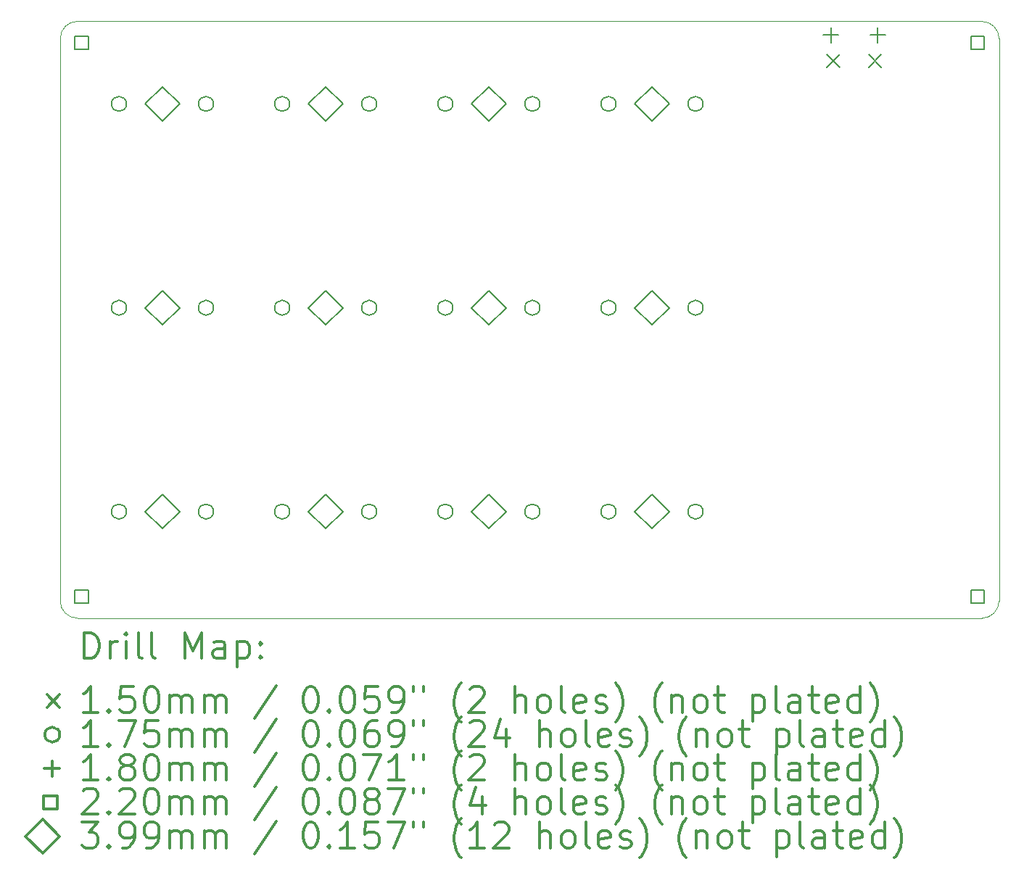
<source format=gbr>
%FSLAX45Y45*%
G04 Gerber Fmt 4.5, Leading zero omitted, Abs format (unit mm)*
G04 Created by KiCad (PCBNEW (5.1.9)-1) date 2021-06-06 12:20:09*
%MOMM*%
%LPD*%
G01*
G04 APERTURE LIST*
%TA.AperFunction,Profile*%
%ADD10C,0.100000*%
%TD*%
%ADD11C,0.200000*%
%ADD12C,0.300000*%
G04 APERTURE END LIST*
D10*
X17100000Y-3880000D02*
G75*
G02*
X17300000Y-4080000I0J-200000D01*
G01*
X17300000Y-10650000D02*
G75*
G02*
X17100000Y-10850000I-200000J0D01*
G01*
X6540000Y-10850000D02*
G75*
G02*
X6340000Y-10650000I0J200000D01*
G01*
X6340000Y-4080000D02*
X6340000Y-10650000D01*
X17100000Y-3880000D02*
X6540000Y-3880000D01*
X6340000Y-4080000D02*
G75*
G02*
X6540000Y-3880000I200000J0D01*
G01*
X17300000Y-10650000D02*
X17300000Y-4080000D01*
X6540000Y-10850000D02*
X17100000Y-10850000D01*
D11*
X15292500Y-4268000D02*
X15442500Y-4418000D01*
X15442500Y-4268000D02*
X15292500Y-4418000D01*
X15777500Y-4268000D02*
X15927500Y-4418000D01*
X15927500Y-4268000D02*
X15777500Y-4418000D01*
X7113000Y-4843500D02*
G75*
G03*
X7113000Y-4843500I-87500J0D01*
G01*
X7113000Y-7224750D02*
G75*
G03*
X7113000Y-7224750I-87500J0D01*
G01*
X7113000Y-9606000D02*
G75*
G03*
X7113000Y-9606000I-87500J0D01*
G01*
X8129000Y-4843500D02*
G75*
G03*
X8129000Y-4843500I-87500J0D01*
G01*
X8129000Y-7224750D02*
G75*
G03*
X8129000Y-7224750I-87500J0D01*
G01*
X8129000Y-9606000D02*
G75*
G03*
X8129000Y-9606000I-87500J0D01*
G01*
X9018000Y-4843500D02*
G75*
G03*
X9018000Y-4843500I-87500J0D01*
G01*
X9018000Y-7224750D02*
G75*
G03*
X9018000Y-7224750I-87500J0D01*
G01*
X9018000Y-9606000D02*
G75*
G03*
X9018000Y-9606000I-87500J0D01*
G01*
X10034000Y-4843500D02*
G75*
G03*
X10034000Y-4843500I-87500J0D01*
G01*
X10034000Y-7224750D02*
G75*
G03*
X10034000Y-7224750I-87500J0D01*
G01*
X10034000Y-9606000D02*
G75*
G03*
X10034000Y-9606000I-87500J0D01*
G01*
X10923000Y-4843500D02*
G75*
G03*
X10923000Y-4843500I-87500J0D01*
G01*
X10923000Y-7224750D02*
G75*
G03*
X10923000Y-7224750I-87500J0D01*
G01*
X10923000Y-9606000D02*
G75*
G03*
X10923000Y-9606000I-87500J0D01*
G01*
X11939000Y-4843500D02*
G75*
G03*
X11939000Y-4843500I-87500J0D01*
G01*
X11939000Y-7224750D02*
G75*
G03*
X11939000Y-7224750I-87500J0D01*
G01*
X11939000Y-9606000D02*
G75*
G03*
X11939000Y-9606000I-87500J0D01*
G01*
X12828000Y-4843500D02*
G75*
G03*
X12828000Y-4843500I-87500J0D01*
G01*
X12828000Y-7224750D02*
G75*
G03*
X12828000Y-7224750I-87500J0D01*
G01*
X12828000Y-9606000D02*
G75*
G03*
X12828000Y-9606000I-87500J0D01*
G01*
X13844000Y-4843500D02*
G75*
G03*
X13844000Y-4843500I-87500J0D01*
G01*
X13844000Y-7224750D02*
G75*
G03*
X13844000Y-7224750I-87500J0D01*
G01*
X13844000Y-9606000D02*
G75*
G03*
X13844000Y-9606000I-87500J0D01*
G01*
X15337500Y-3950000D02*
X15337500Y-4130000D01*
X15247500Y-4040000D02*
X15427500Y-4040000D01*
X15882500Y-3950000D02*
X15882500Y-4130000D01*
X15792500Y-4040000D02*
X15972500Y-4040000D01*
X6667782Y-4207783D02*
X6667782Y-4052217D01*
X6512217Y-4052217D01*
X6512217Y-4207783D01*
X6667782Y-4207783D01*
X6667782Y-10677783D02*
X6667782Y-10522218D01*
X6512217Y-10522218D01*
X6512217Y-10677783D01*
X6667782Y-10677783D01*
X17127783Y-4207783D02*
X17127783Y-4052217D01*
X16972218Y-4052217D01*
X16972218Y-4207783D01*
X17127783Y-4207783D01*
X17127783Y-10677783D02*
X17127783Y-10522218D01*
X16972218Y-10522218D01*
X16972218Y-10677783D01*
X17127783Y-10677783D01*
X7533500Y-5042890D02*
X7732890Y-4843500D01*
X7533500Y-4644110D01*
X7334110Y-4843500D01*
X7533500Y-5042890D01*
X7533500Y-7424140D02*
X7732890Y-7224750D01*
X7533500Y-7025360D01*
X7334110Y-7224750D01*
X7533500Y-7424140D01*
X7533500Y-9805390D02*
X7732890Y-9606000D01*
X7533500Y-9406610D01*
X7334110Y-9606000D01*
X7533500Y-9805390D01*
X9438500Y-5042890D02*
X9637890Y-4843500D01*
X9438500Y-4644110D01*
X9239110Y-4843500D01*
X9438500Y-5042890D01*
X9438500Y-7424140D02*
X9637890Y-7224750D01*
X9438500Y-7025360D01*
X9239110Y-7224750D01*
X9438500Y-7424140D01*
X9438500Y-9805390D02*
X9637890Y-9606000D01*
X9438500Y-9406610D01*
X9239110Y-9606000D01*
X9438500Y-9805390D01*
X11343500Y-5042890D02*
X11542890Y-4843500D01*
X11343500Y-4644110D01*
X11144110Y-4843500D01*
X11343500Y-5042890D01*
X11343500Y-7424140D02*
X11542890Y-7224750D01*
X11343500Y-7025360D01*
X11144110Y-7224750D01*
X11343500Y-7424140D01*
X11343500Y-9805390D02*
X11542890Y-9606000D01*
X11343500Y-9406610D01*
X11144110Y-9606000D01*
X11343500Y-9805390D01*
X13248500Y-5042890D02*
X13447890Y-4843500D01*
X13248500Y-4644110D01*
X13049110Y-4843500D01*
X13248500Y-5042890D01*
X13248500Y-7424140D02*
X13447890Y-7224750D01*
X13248500Y-7025360D01*
X13049110Y-7224750D01*
X13248500Y-7424140D01*
X13248500Y-9805390D02*
X13447890Y-9606000D01*
X13248500Y-9406610D01*
X13049110Y-9606000D01*
X13248500Y-9805390D01*
D12*
X6621428Y-11320714D02*
X6621428Y-11020714D01*
X6692857Y-11020714D01*
X6735714Y-11035000D01*
X6764286Y-11063572D01*
X6778571Y-11092143D01*
X6792857Y-11149286D01*
X6792857Y-11192143D01*
X6778571Y-11249286D01*
X6764286Y-11277857D01*
X6735714Y-11306429D01*
X6692857Y-11320714D01*
X6621428Y-11320714D01*
X6921428Y-11320714D02*
X6921428Y-11120714D01*
X6921428Y-11177857D02*
X6935714Y-11149286D01*
X6950000Y-11135000D01*
X6978571Y-11120714D01*
X7007143Y-11120714D01*
X7107143Y-11320714D02*
X7107143Y-11120714D01*
X7107143Y-11020714D02*
X7092857Y-11035000D01*
X7107143Y-11049286D01*
X7121428Y-11035000D01*
X7107143Y-11020714D01*
X7107143Y-11049286D01*
X7292857Y-11320714D02*
X7264286Y-11306429D01*
X7250000Y-11277857D01*
X7250000Y-11020714D01*
X7450000Y-11320714D02*
X7421428Y-11306429D01*
X7407143Y-11277857D01*
X7407143Y-11020714D01*
X7792857Y-11320714D02*
X7792857Y-11020714D01*
X7892857Y-11235000D01*
X7992857Y-11020714D01*
X7992857Y-11320714D01*
X8264286Y-11320714D02*
X8264286Y-11163572D01*
X8250000Y-11135000D01*
X8221428Y-11120714D01*
X8164286Y-11120714D01*
X8135714Y-11135000D01*
X8264286Y-11306429D02*
X8235714Y-11320714D01*
X8164286Y-11320714D01*
X8135714Y-11306429D01*
X8121428Y-11277857D01*
X8121428Y-11249286D01*
X8135714Y-11220714D01*
X8164286Y-11206429D01*
X8235714Y-11206429D01*
X8264286Y-11192143D01*
X8407143Y-11120714D02*
X8407143Y-11420714D01*
X8407143Y-11135000D02*
X8435714Y-11120714D01*
X8492857Y-11120714D01*
X8521428Y-11135000D01*
X8535714Y-11149286D01*
X8550000Y-11177857D01*
X8550000Y-11263571D01*
X8535714Y-11292143D01*
X8521428Y-11306429D01*
X8492857Y-11320714D01*
X8435714Y-11320714D01*
X8407143Y-11306429D01*
X8678571Y-11292143D02*
X8692857Y-11306429D01*
X8678571Y-11320714D01*
X8664286Y-11306429D01*
X8678571Y-11292143D01*
X8678571Y-11320714D01*
X8678571Y-11135000D02*
X8692857Y-11149286D01*
X8678571Y-11163572D01*
X8664286Y-11149286D01*
X8678571Y-11135000D01*
X8678571Y-11163572D01*
X6185000Y-11740000D02*
X6335000Y-11890000D01*
X6335000Y-11740000D02*
X6185000Y-11890000D01*
X6778571Y-11950714D02*
X6607143Y-11950714D01*
X6692857Y-11950714D02*
X6692857Y-11650714D01*
X6664286Y-11693571D01*
X6635714Y-11722143D01*
X6607143Y-11736429D01*
X6907143Y-11922143D02*
X6921428Y-11936429D01*
X6907143Y-11950714D01*
X6892857Y-11936429D01*
X6907143Y-11922143D01*
X6907143Y-11950714D01*
X7192857Y-11650714D02*
X7050000Y-11650714D01*
X7035714Y-11793571D01*
X7050000Y-11779286D01*
X7078571Y-11765000D01*
X7150000Y-11765000D01*
X7178571Y-11779286D01*
X7192857Y-11793571D01*
X7207143Y-11822143D01*
X7207143Y-11893571D01*
X7192857Y-11922143D01*
X7178571Y-11936429D01*
X7150000Y-11950714D01*
X7078571Y-11950714D01*
X7050000Y-11936429D01*
X7035714Y-11922143D01*
X7392857Y-11650714D02*
X7421428Y-11650714D01*
X7450000Y-11665000D01*
X7464286Y-11679286D01*
X7478571Y-11707857D01*
X7492857Y-11765000D01*
X7492857Y-11836429D01*
X7478571Y-11893571D01*
X7464286Y-11922143D01*
X7450000Y-11936429D01*
X7421428Y-11950714D01*
X7392857Y-11950714D01*
X7364286Y-11936429D01*
X7350000Y-11922143D01*
X7335714Y-11893571D01*
X7321428Y-11836429D01*
X7321428Y-11765000D01*
X7335714Y-11707857D01*
X7350000Y-11679286D01*
X7364286Y-11665000D01*
X7392857Y-11650714D01*
X7621428Y-11950714D02*
X7621428Y-11750714D01*
X7621428Y-11779286D02*
X7635714Y-11765000D01*
X7664286Y-11750714D01*
X7707143Y-11750714D01*
X7735714Y-11765000D01*
X7750000Y-11793571D01*
X7750000Y-11950714D01*
X7750000Y-11793571D02*
X7764286Y-11765000D01*
X7792857Y-11750714D01*
X7835714Y-11750714D01*
X7864286Y-11765000D01*
X7878571Y-11793571D01*
X7878571Y-11950714D01*
X8021428Y-11950714D02*
X8021428Y-11750714D01*
X8021428Y-11779286D02*
X8035714Y-11765000D01*
X8064286Y-11750714D01*
X8107143Y-11750714D01*
X8135714Y-11765000D01*
X8150000Y-11793571D01*
X8150000Y-11950714D01*
X8150000Y-11793571D02*
X8164286Y-11765000D01*
X8192857Y-11750714D01*
X8235714Y-11750714D01*
X8264286Y-11765000D01*
X8278571Y-11793571D01*
X8278571Y-11950714D01*
X8864286Y-11636429D02*
X8607143Y-12022143D01*
X9250000Y-11650714D02*
X9278571Y-11650714D01*
X9307143Y-11665000D01*
X9321428Y-11679286D01*
X9335714Y-11707857D01*
X9350000Y-11765000D01*
X9350000Y-11836429D01*
X9335714Y-11893571D01*
X9321428Y-11922143D01*
X9307143Y-11936429D01*
X9278571Y-11950714D01*
X9250000Y-11950714D01*
X9221428Y-11936429D01*
X9207143Y-11922143D01*
X9192857Y-11893571D01*
X9178571Y-11836429D01*
X9178571Y-11765000D01*
X9192857Y-11707857D01*
X9207143Y-11679286D01*
X9221428Y-11665000D01*
X9250000Y-11650714D01*
X9478571Y-11922143D02*
X9492857Y-11936429D01*
X9478571Y-11950714D01*
X9464286Y-11936429D01*
X9478571Y-11922143D01*
X9478571Y-11950714D01*
X9678571Y-11650714D02*
X9707143Y-11650714D01*
X9735714Y-11665000D01*
X9750000Y-11679286D01*
X9764286Y-11707857D01*
X9778571Y-11765000D01*
X9778571Y-11836429D01*
X9764286Y-11893571D01*
X9750000Y-11922143D01*
X9735714Y-11936429D01*
X9707143Y-11950714D01*
X9678571Y-11950714D01*
X9650000Y-11936429D01*
X9635714Y-11922143D01*
X9621428Y-11893571D01*
X9607143Y-11836429D01*
X9607143Y-11765000D01*
X9621428Y-11707857D01*
X9635714Y-11679286D01*
X9650000Y-11665000D01*
X9678571Y-11650714D01*
X10050000Y-11650714D02*
X9907143Y-11650714D01*
X9892857Y-11793571D01*
X9907143Y-11779286D01*
X9935714Y-11765000D01*
X10007143Y-11765000D01*
X10035714Y-11779286D01*
X10050000Y-11793571D01*
X10064286Y-11822143D01*
X10064286Y-11893571D01*
X10050000Y-11922143D01*
X10035714Y-11936429D01*
X10007143Y-11950714D01*
X9935714Y-11950714D01*
X9907143Y-11936429D01*
X9892857Y-11922143D01*
X10207143Y-11950714D02*
X10264286Y-11950714D01*
X10292857Y-11936429D01*
X10307143Y-11922143D01*
X10335714Y-11879286D01*
X10350000Y-11822143D01*
X10350000Y-11707857D01*
X10335714Y-11679286D01*
X10321428Y-11665000D01*
X10292857Y-11650714D01*
X10235714Y-11650714D01*
X10207143Y-11665000D01*
X10192857Y-11679286D01*
X10178571Y-11707857D01*
X10178571Y-11779286D01*
X10192857Y-11807857D01*
X10207143Y-11822143D01*
X10235714Y-11836429D01*
X10292857Y-11836429D01*
X10321428Y-11822143D01*
X10335714Y-11807857D01*
X10350000Y-11779286D01*
X10464286Y-11650714D02*
X10464286Y-11707857D01*
X10578571Y-11650714D02*
X10578571Y-11707857D01*
X11021428Y-12065000D02*
X11007143Y-12050714D01*
X10978571Y-12007857D01*
X10964286Y-11979286D01*
X10950000Y-11936429D01*
X10935714Y-11865000D01*
X10935714Y-11807857D01*
X10950000Y-11736429D01*
X10964286Y-11693571D01*
X10978571Y-11665000D01*
X11007143Y-11622143D01*
X11021428Y-11607857D01*
X11121428Y-11679286D02*
X11135714Y-11665000D01*
X11164286Y-11650714D01*
X11235714Y-11650714D01*
X11264286Y-11665000D01*
X11278571Y-11679286D01*
X11292857Y-11707857D01*
X11292857Y-11736429D01*
X11278571Y-11779286D01*
X11107143Y-11950714D01*
X11292857Y-11950714D01*
X11650000Y-11950714D02*
X11650000Y-11650714D01*
X11778571Y-11950714D02*
X11778571Y-11793571D01*
X11764286Y-11765000D01*
X11735714Y-11750714D01*
X11692857Y-11750714D01*
X11664286Y-11765000D01*
X11650000Y-11779286D01*
X11964286Y-11950714D02*
X11935714Y-11936429D01*
X11921428Y-11922143D01*
X11907143Y-11893571D01*
X11907143Y-11807857D01*
X11921428Y-11779286D01*
X11935714Y-11765000D01*
X11964286Y-11750714D01*
X12007143Y-11750714D01*
X12035714Y-11765000D01*
X12050000Y-11779286D01*
X12064286Y-11807857D01*
X12064286Y-11893571D01*
X12050000Y-11922143D01*
X12035714Y-11936429D01*
X12007143Y-11950714D01*
X11964286Y-11950714D01*
X12235714Y-11950714D02*
X12207143Y-11936429D01*
X12192857Y-11907857D01*
X12192857Y-11650714D01*
X12464286Y-11936429D02*
X12435714Y-11950714D01*
X12378571Y-11950714D01*
X12350000Y-11936429D01*
X12335714Y-11907857D01*
X12335714Y-11793571D01*
X12350000Y-11765000D01*
X12378571Y-11750714D01*
X12435714Y-11750714D01*
X12464286Y-11765000D01*
X12478571Y-11793571D01*
X12478571Y-11822143D01*
X12335714Y-11850714D01*
X12592857Y-11936429D02*
X12621428Y-11950714D01*
X12678571Y-11950714D01*
X12707143Y-11936429D01*
X12721428Y-11907857D01*
X12721428Y-11893571D01*
X12707143Y-11865000D01*
X12678571Y-11850714D01*
X12635714Y-11850714D01*
X12607143Y-11836429D01*
X12592857Y-11807857D01*
X12592857Y-11793571D01*
X12607143Y-11765000D01*
X12635714Y-11750714D01*
X12678571Y-11750714D01*
X12707143Y-11765000D01*
X12821428Y-12065000D02*
X12835714Y-12050714D01*
X12864286Y-12007857D01*
X12878571Y-11979286D01*
X12892857Y-11936429D01*
X12907143Y-11865000D01*
X12907143Y-11807857D01*
X12892857Y-11736429D01*
X12878571Y-11693571D01*
X12864286Y-11665000D01*
X12835714Y-11622143D01*
X12821428Y-11607857D01*
X13364286Y-12065000D02*
X13350000Y-12050714D01*
X13321428Y-12007857D01*
X13307143Y-11979286D01*
X13292857Y-11936429D01*
X13278571Y-11865000D01*
X13278571Y-11807857D01*
X13292857Y-11736429D01*
X13307143Y-11693571D01*
X13321428Y-11665000D01*
X13350000Y-11622143D01*
X13364286Y-11607857D01*
X13478571Y-11750714D02*
X13478571Y-11950714D01*
X13478571Y-11779286D02*
X13492857Y-11765000D01*
X13521428Y-11750714D01*
X13564286Y-11750714D01*
X13592857Y-11765000D01*
X13607143Y-11793571D01*
X13607143Y-11950714D01*
X13792857Y-11950714D02*
X13764286Y-11936429D01*
X13750000Y-11922143D01*
X13735714Y-11893571D01*
X13735714Y-11807857D01*
X13750000Y-11779286D01*
X13764286Y-11765000D01*
X13792857Y-11750714D01*
X13835714Y-11750714D01*
X13864286Y-11765000D01*
X13878571Y-11779286D01*
X13892857Y-11807857D01*
X13892857Y-11893571D01*
X13878571Y-11922143D01*
X13864286Y-11936429D01*
X13835714Y-11950714D01*
X13792857Y-11950714D01*
X13978571Y-11750714D02*
X14092857Y-11750714D01*
X14021428Y-11650714D02*
X14021428Y-11907857D01*
X14035714Y-11936429D01*
X14064286Y-11950714D01*
X14092857Y-11950714D01*
X14421428Y-11750714D02*
X14421428Y-12050714D01*
X14421428Y-11765000D02*
X14450000Y-11750714D01*
X14507143Y-11750714D01*
X14535714Y-11765000D01*
X14550000Y-11779286D01*
X14564286Y-11807857D01*
X14564286Y-11893571D01*
X14550000Y-11922143D01*
X14535714Y-11936429D01*
X14507143Y-11950714D01*
X14450000Y-11950714D01*
X14421428Y-11936429D01*
X14735714Y-11950714D02*
X14707143Y-11936429D01*
X14692857Y-11907857D01*
X14692857Y-11650714D01*
X14978571Y-11950714D02*
X14978571Y-11793571D01*
X14964286Y-11765000D01*
X14935714Y-11750714D01*
X14878571Y-11750714D01*
X14850000Y-11765000D01*
X14978571Y-11936429D02*
X14950000Y-11950714D01*
X14878571Y-11950714D01*
X14850000Y-11936429D01*
X14835714Y-11907857D01*
X14835714Y-11879286D01*
X14850000Y-11850714D01*
X14878571Y-11836429D01*
X14950000Y-11836429D01*
X14978571Y-11822143D01*
X15078571Y-11750714D02*
X15192857Y-11750714D01*
X15121428Y-11650714D02*
X15121428Y-11907857D01*
X15135714Y-11936429D01*
X15164286Y-11950714D01*
X15192857Y-11950714D01*
X15407143Y-11936429D02*
X15378571Y-11950714D01*
X15321428Y-11950714D01*
X15292857Y-11936429D01*
X15278571Y-11907857D01*
X15278571Y-11793571D01*
X15292857Y-11765000D01*
X15321428Y-11750714D01*
X15378571Y-11750714D01*
X15407143Y-11765000D01*
X15421428Y-11793571D01*
X15421428Y-11822143D01*
X15278571Y-11850714D01*
X15678571Y-11950714D02*
X15678571Y-11650714D01*
X15678571Y-11936429D02*
X15650000Y-11950714D01*
X15592857Y-11950714D01*
X15564286Y-11936429D01*
X15550000Y-11922143D01*
X15535714Y-11893571D01*
X15535714Y-11807857D01*
X15550000Y-11779286D01*
X15564286Y-11765000D01*
X15592857Y-11750714D01*
X15650000Y-11750714D01*
X15678571Y-11765000D01*
X15792857Y-12065000D02*
X15807143Y-12050714D01*
X15835714Y-12007857D01*
X15850000Y-11979286D01*
X15864286Y-11936429D01*
X15878571Y-11865000D01*
X15878571Y-11807857D01*
X15864286Y-11736429D01*
X15850000Y-11693571D01*
X15835714Y-11665000D01*
X15807143Y-11622143D01*
X15792857Y-11607857D01*
X6335000Y-12211000D02*
G75*
G03*
X6335000Y-12211000I-87500J0D01*
G01*
X6778571Y-12346714D02*
X6607143Y-12346714D01*
X6692857Y-12346714D02*
X6692857Y-12046714D01*
X6664286Y-12089571D01*
X6635714Y-12118143D01*
X6607143Y-12132429D01*
X6907143Y-12318143D02*
X6921428Y-12332429D01*
X6907143Y-12346714D01*
X6892857Y-12332429D01*
X6907143Y-12318143D01*
X6907143Y-12346714D01*
X7021428Y-12046714D02*
X7221428Y-12046714D01*
X7092857Y-12346714D01*
X7478571Y-12046714D02*
X7335714Y-12046714D01*
X7321428Y-12189571D01*
X7335714Y-12175286D01*
X7364286Y-12161000D01*
X7435714Y-12161000D01*
X7464286Y-12175286D01*
X7478571Y-12189571D01*
X7492857Y-12218143D01*
X7492857Y-12289571D01*
X7478571Y-12318143D01*
X7464286Y-12332429D01*
X7435714Y-12346714D01*
X7364286Y-12346714D01*
X7335714Y-12332429D01*
X7321428Y-12318143D01*
X7621428Y-12346714D02*
X7621428Y-12146714D01*
X7621428Y-12175286D02*
X7635714Y-12161000D01*
X7664286Y-12146714D01*
X7707143Y-12146714D01*
X7735714Y-12161000D01*
X7750000Y-12189571D01*
X7750000Y-12346714D01*
X7750000Y-12189571D02*
X7764286Y-12161000D01*
X7792857Y-12146714D01*
X7835714Y-12146714D01*
X7864286Y-12161000D01*
X7878571Y-12189571D01*
X7878571Y-12346714D01*
X8021428Y-12346714D02*
X8021428Y-12146714D01*
X8021428Y-12175286D02*
X8035714Y-12161000D01*
X8064286Y-12146714D01*
X8107143Y-12146714D01*
X8135714Y-12161000D01*
X8150000Y-12189571D01*
X8150000Y-12346714D01*
X8150000Y-12189571D02*
X8164286Y-12161000D01*
X8192857Y-12146714D01*
X8235714Y-12146714D01*
X8264286Y-12161000D01*
X8278571Y-12189571D01*
X8278571Y-12346714D01*
X8864286Y-12032429D02*
X8607143Y-12418143D01*
X9250000Y-12046714D02*
X9278571Y-12046714D01*
X9307143Y-12061000D01*
X9321428Y-12075286D01*
X9335714Y-12103857D01*
X9350000Y-12161000D01*
X9350000Y-12232429D01*
X9335714Y-12289571D01*
X9321428Y-12318143D01*
X9307143Y-12332429D01*
X9278571Y-12346714D01*
X9250000Y-12346714D01*
X9221428Y-12332429D01*
X9207143Y-12318143D01*
X9192857Y-12289571D01*
X9178571Y-12232429D01*
X9178571Y-12161000D01*
X9192857Y-12103857D01*
X9207143Y-12075286D01*
X9221428Y-12061000D01*
X9250000Y-12046714D01*
X9478571Y-12318143D02*
X9492857Y-12332429D01*
X9478571Y-12346714D01*
X9464286Y-12332429D01*
X9478571Y-12318143D01*
X9478571Y-12346714D01*
X9678571Y-12046714D02*
X9707143Y-12046714D01*
X9735714Y-12061000D01*
X9750000Y-12075286D01*
X9764286Y-12103857D01*
X9778571Y-12161000D01*
X9778571Y-12232429D01*
X9764286Y-12289571D01*
X9750000Y-12318143D01*
X9735714Y-12332429D01*
X9707143Y-12346714D01*
X9678571Y-12346714D01*
X9650000Y-12332429D01*
X9635714Y-12318143D01*
X9621428Y-12289571D01*
X9607143Y-12232429D01*
X9607143Y-12161000D01*
X9621428Y-12103857D01*
X9635714Y-12075286D01*
X9650000Y-12061000D01*
X9678571Y-12046714D01*
X10035714Y-12046714D02*
X9978571Y-12046714D01*
X9950000Y-12061000D01*
X9935714Y-12075286D01*
X9907143Y-12118143D01*
X9892857Y-12175286D01*
X9892857Y-12289571D01*
X9907143Y-12318143D01*
X9921428Y-12332429D01*
X9950000Y-12346714D01*
X10007143Y-12346714D01*
X10035714Y-12332429D01*
X10050000Y-12318143D01*
X10064286Y-12289571D01*
X10064286Y-12218143D01*
X10050000Y-12189571D01*
X10035714Y-12175286D01*
X10007143Y-12161000D01*
X9950000Y-12161000D01*
X9921428Y-12175286D01*
X9907143Y-12189571D01*
X9892857Y-12218143D01*
X10207143Y-12346714D02*
X10264286Y-12346714D01*
X10292857Y-12332429D01*
X10307143Y-12318143D01*
X10335714Y-12275286D01*
X10350000Y-12218143D01*
X10350000Y-12103857D01*
X10335714Y-12075286D01*
X10321428Y-12061000D01*
X10292857Y-12046714D01*
X10235714Y-12046714D01*
X10207143Y-12061000D01*
X10192857Y-12075286D01*
X10178571Y-12103857D01*
X10178571Y-12175286D01*
X10192857Y-12203857D01*
X10207143Y-12218143D01*
X10235714Y-12232429D01*
X10292857Y-12232429D01*
X10321428Y-12218143D01*
X10335714Y-12203857D01*
X10350000Y-12175286D01*
X10464286Y-12046714D02*
X10464286Y-12103857D01*
X10578571Y-12046714D02*
X10578571Y-12103857D01*
X11021428Y-12461000D02*
X11007143Y-12446714D01*
X10978571Y-12403857D01*
X10964286Y-12375286D01*
X10950000Y-12332429D01*
X10935714Y-12261000D01*
X10935714Y-12203857D01*
X10950000Y-12132429D01*
X10964286Y-12089571D01*
X10978571Y-12061000D01*
X11007143Y-12018143D01*
X11021428Y-12003857D01*
X11121428Y-12075286D02*
X11135714Y-12061000D01*
X11164286Y-12046714D01*
X11235714Y-12046714D01*
X11264286Y-12061000D01*
X11278571Y-12075286D01*
X11292857Y-12103857D01*
X11292857Y-12132429D01*
X11278571Y-12175286D01*
X11107143Y-12346714D01*
X11292857Y-12346714D01*
X11550000Y-12146714D02*
X11550000Y-12346714D01*
X11478571Y-12032429D02*
X11407143Y-12246714D01*
X11592857Y-12246714D01*
X11935714Y-12346714D02*
X11935714Y-12046714D01*
X12064286Y-12346714D02*
X12064286Y-12189571D01*
X12050000Y-12161000D01*
X12021428Y-12146714D01*
X11978571Y-12146714D01*
X11950000Y-12161000D01*
X11935714Y-12175286D01*
X12250000Y-12346714D02*
X12221428Y-12332429D01*
X12207143Y-12318143D01*
X12192857Y-12289571D01*
X12192857Y-12203857D01*
X12207143Y-12175286D01*
X12221428Y-12161000D01*
X12250000Y-12146714D01*
X12292857Y-12146714D01*
X12321428Y-12161000D01*
X12335714Y-12175286D01*
X12350000Y-12203857D01*
X12350000Y-12289571D01*
X12335714Y-12318143D01*
X12321428Y-12332429D01*
X12292857Y-12346714D01*
X12250000Y-12346714D01*
X12521428Y-12346714D02*
X12492857Y-12332429D01*
X12478571Y-12303857D01*
X12478571Y-12046714D01*
X12750000Y-12332429D02*
X12721428Y-12346714D01*
X12664286Y-12346714D01*
X12635714Y-12332429D01*
X12621428Y-12303857D01*
X12621428Y-12189571D01*
X12635714Y-12161000D01*
X12664286Y-12146714D01*
X12721428Y-12146714D01*
X12750000Y-12161000D01*
X12764286Y-12189571D01*
X12764286Y-12218143D01*
X12621428Y-12246714D01*
X12878571Y-12332429D02*
X12907143Y-12346714D01*
X12964286Y-12346714D01*
X12992857Y-12332429D01*
X13007143Y-12303857D01*
X13007143Y-12289571D01*
X12992857Y-12261000D01*
X12964286Y-12246714D01*
X12921428Y-12246714D01*
X12892857Y-12232429D01*
X12878571Y-12203857D01*
X12878571Y-12189571D01*
X12892857Y-12161000D01*
X12921428Y-12146714D01*
X12964286Y-12146714D01*
X12992857Y-12161000D01*
X13107143Y-12461000D02*
X13121428Y-12446714D01*
X13150000Y-12403857D01*
X13164286Y-12375286D01*
X13178571Y-12332429D01*
X13192857Y-12261000D01*
X13192857Y-12203857D01*
X13178571Y-12132429D01*
X13164286Y-12089571D01*
X13150000Y-12061000D01*
X13121428Y-12018143D01*
X13107143Y-12003857D01*
X13650000Y-12461000D02*
X13635714Y-12446714D01*
X13607143Y-12403857D01*
X13592857Y-12375286D01*
X13578571Y-12332429D01*
X13564286Y-12261000D01*
X13564286Y-12203857D01*
X13578571Y-12132429D01*
X13592857Y-12089571D01*
X13607143Y-12061000D01*
X13635714Y-12018143D01*
X13650000Y-12003857D01*
X13764286Y-12146714D02*
X13764286Y-12346714D01*
X13764286Y-12175286D02*
X13778571Y-12161000D01*
X13807143Y-12146714D01*
X13850000Y-12146714D01*
X13878571Y-12161000D01*
X13892857Y-12189571D01*
X13892857Y-12346714D01*
X14078571Y-12346714D02*
X14050000Y-12332429D01*
X14035714Y-12318143D01*
X14021428Y-12289571D01*
X14021428Y-12203857D01*
X14035714Y-12175286D01*
X14050000Y-12161000D01*
X14078571Y-12146714D01*
X14121428Y-12146714D01*
X14150000Y-12161000D01*
X14164286Y-12175286D01*
X14178571Y-12203857D01*
X14178571Y-12289571D01*
X14164286Y-12318143D01*
X14150000Y-12332429D01*
X14121428Y-12346714D01*
X14078571Y-12346714D01*
X14264286Y-12146714D02*
X14378571Y-12146714D01*
X14307143Y-12046714D02*
X14307143Y-12303857D01*
X14321428Y-12332429D01*
X14350000Y-12346714D01*
X14378571Y-12346714D01*
X14707143Y-12146714D02*
X14707143Y-12446714D01*
X14707143Y-12161000D02*
X14735714Y-12146714D01*
X14792857Y-12146714D01*
X14821428Y-12161000D01*
X14835714Y-12175286D01*
X14850000Y-12203857D01*
X14850000Y-12289571D01*
X14835714Y-12318143D01*
X14821428Y-12332429D01*
X14792857Y-12346714D01*
X14735714Y-12346714D01*
X14707143Y-12332429D01*
X15021428Y-12346714D02*
X14992857Y-12332429D01*
X14978571Y-12303857D01*
X14978571Y-12046714D01*
X15264286Y-12346714D02*
X15264286Y-12189571D01*
X15250000Y-12161000D01*
X15221428Y-12146714D01*
X15164286Y-12146714D01*
X15135714Y-12161000D01*
X15264286Y-12332429D02*
X15235714Y-12346714D01*
X15164286Y-12346714D01*
X15135714Y-12332429D01*
X15121428Y-12303857D01*
X15121428Y-12275286D01*
X15135714Y-12246714D01*
X15164286Y-12232429D01*
X15235714Y-12232429D01*
X15264286Y-12218143D01*
X15364286Y-12146714D02*
X15478571Y-12146714D01*
X15407143Y-12046714D02*
X15407143Y-12303857D01*
X15421428Y-12332429D01*
X15450000Y-12346714D01*
X15478571Y-12346714D01*
X15692857Y-12332429D02*
X15664286Y-12346714D01*
X15607143Y-12346714D01*
X15578571Y-12332429D01*
X15564286Y-12303857D01*
X15564286Y-12189571D01*
X15578571Y-12161000D01*
X15607143Y-12146714D01*
X15664286Y-12146714D01*
X15692857Y-12161000D01*
X15707143Y-12189571D01*
X15707143Y-12218143D01*
X15564286Y-12246714D01*
X15964286Y-12346714D02*
X15964286Y-12046714D01*
X15964286Y-12332429D02*
X15935714Y-12346714D01*
X15878571Y-12346714D01*
X15850000Y-12332429D01*
X15835714Y-12318143D01*
X15821428Y-12289571D01*
X15821428Y-12203857D01*
X15835714Y-12175286D01*
X15850000Y-12161000D01*
X15878571Y-12146714D01*
X15935714Y-12146714D01*
X15964286Y-12161000D01*
X16078571Y-12461000D02*
X16092857Y-12446714D01*
X16121428Y-12403857D01*
X16135714Y-12375286D01*
X16150000Y-12332429D01*
X16164286Y-12261000D01*
X16164286Y-12203857D01*
X16150000Y-12132429D01*
X16135714Y-12089571D01*
X16121428Y-12061000D01*
X16092857Y-12018143D01*
X16078571Y-12003857D01*
X6245000Y-12517000D02*
X6245000Y-12697000D01*
X6155000Y-12607000D02*
X6335000Y-12607000D01*
X6778571Y-12742714D02*
X6607143Y-12742714D01*
X6692857Y-12742714D02*
X6692857Y-12442714D01*
X6664286Y-12485571D01*
X6635714Y-12514143D01*
X6607143Y-12528429D01*
X6907143Y-12714143D02*
X6921428Y-12728429D01*
X6907143Y-12742714D01*
X6892857Y-12728429D01*
X6907143Y-12714143D01*
X6907143Y-12742714D01*
X7092857Y-12571286D02*
X7064286Y-12557000D01*
X7050000Y-12542714D01*
X7035714Y-12514143D01*
X7035714Y-12499857D01*
X7050000Y-12471286D01*
X7064286Y-12457000D01*
X7092857Y-12442714D01*
X7150000Y-12442714D01*
X7178571Y-12457000D01*
X7192857Y-12471286D01*
X7207143Y-12499857D01*
X7207143Y-12514143D01*
X7192857Y-12542714D01*
X7178571Y-12557000D01*
X7150000Y-12571286D01*
X7092857Y-12571286D01*
X7064286Y-12585571D01*
X7050000Y-12599857D01*
X7035714Y-12628429D01*
X7035714Y-12685571D01*
X7050000Y-12714143D01*
X7064286Y-12728429D01*
X7092857Y-12742714D01*
X7150000Y-12742714D01*
X7178571Y-12728429D01*
X7192857Y-12714143D01*
X7207143Y-12685571D01*
X7207143Y-12628429D01*
X7192857Y-12599857D01*
X7178571Y-12585571D01*
X7150000Y-12571286D01*
X7392857Y-12442714D02*
X7421428Y-12442714D01*
X7450000Y-12457000D01*
X7464286Y-12471286D01*
X7478571Y-12499857D01*
X7492857Y-12557000D01*
X7492857Y-12628429D01*
X7478571Y-12685571D01*
X7464286Y-12714143D01*
X7450000Y-12728429D01*
X7421428Y-12742714D01*
X7392857Y-12742714D01*
X7364286Y-12728429D01*
X7350000Y-12714143D01*
X7335714Y-12685571D01*
X7321428Y-12628429D01*
X7321428Y-12557000D01*
X7335714Y-12499857D01*
X7350000Y-12471286D01*
X7364286Y-12457000D01*
X7392857Y-12442714D01*
X7621428Y-12742714D02*
X7621428Y-12542714D01*
X7621428Y-12571286D02*
X7635714Y-12557000D01*
X7664286Y-12542714D01*
X7707143Y-12542714D01*
X7735714Y-12557000D01*
X7750000Y-12585571D01*
X7750000Y-12742714D01*
X7750000Y-12585571D02*
X7764286Y-12557000D01*
X7792857Y-12542714D01*
X7835714Y-12542714D01*
X7864286Y-12557000D01*
X7878571Y-12585571D01*
X7878571Y-12742714D01*
X8021428Y-12742714D02*
X8021428Y-12542714D01*
X8021428Y-12571286D02*
X8035714Y-12557000D01*
X8064286Y-12542714D01*
X8107143Y-12542714D01*
X8135714Y-12557000D01*
X8150000Y-12585571D01*
X8150000Y-12742714D01*
X8150000Y-12585571D02*
X8164286Y-12557000D01*
X8192857Y-12542714D01*
X8235714Y-12542714D01*
X8264286Y-12557000D01*
X8278571Y-12585571D01*
X8278571Y-12742714D01*
X8864286Y-12428429D02*
X8607143Y-12814143D01*
X9250000Y-12442714D02*
X9278571Y-12442714D01*
X9307143Y-12457000D01*
X9321428Y-12471286D01*
X9335714Y-12499857D01*
X9350000Y-12557000D01*
X9350000Y-12628429D01*
X9335714Y-12685571D01*
X9321428Y-12714143D01*
X9307143Y-12728429D01*
X9278571Y-12742714D01*
X9250000Y-12742714D01*
X9221428Y-12728429D01*
X9207143Y-12714143D01*
X9192857Y-12685571D01*
X9178571Y-12628429D01*
X9178571Y-12557000D01*
X9192857Y-12499857D01*
X9207143Y-12471286D01*
X9221428Y-12457000D01*
X9250000Y-12442714D01*
X9478571Y-12714143D02*
X9492857Y-12728429D01*
X9478571Y-12742714D01*
X9464286Y-12728429D01*
X9478571Y-12714143D01*
X9478571Y-12742714D01*
X9678571Y-12442714D02*
X9707143Y-12442714D01*
X9735714Y-12457000D01*
X9750000Y-12471286D01*
X9764286Y-12499857D01*
X9778571Y-12557000D01*
X9778571Y-12628429D01*
X9764286Y-12685571D01*
X9750000Y-12714143D01*
X9735714Y-12728429D01*
X9707143Y-12742714D01*
X9678571Y-12742714D01*
X9650000Y-12728429D01*
X9635714Y-12714143D01*
X9621428Y-12685571D01*
X9607143Y-12628429D01*
X9607143Y-12557000D01*
X9621428Y-12499857D01*
X9635714Y-12471286D01*
X9650000Y-12457000D01*
X9678571Y-12442714D01*
X9878571Y-12442714D02*
X10078571Y-12442714D01*
X9950000Y-12742714D01*
X10350000Y-12742714D02*
X10178571Y-12742714D01*
X10264286Y-12742714D02*
X10264286Y-12442714D01*
X10235714Y-12485571D01*
X10207143Y-12514143D01*
X10178571Y-12528429D01*
X10464286Y-12442714D02*
X10464286Y-12499857D01*
X10578571Y-12442714D02*
X10578571Y-12499857D01*
X11021428Y-12857000D02*
X11007143Y-12842714D01*
X10978571Y-12799857D01*
X10964286Y-12771286D01*
X10950000Y-12728429D01*
X10935714Y-12657000D01*
X10935714Y-12599857D01*
X10950000Y-12528429D01*
X10964286Y-12485571D01*
X10978571Y-12457000D01*
X11007143Y-12414143D01*
X11021428Y-12399857D01*
X11121428Y-12471286D02*
X11135714Y-12457000D01*
X11164286Y-12442714D01*
X11235714Y-12442714D01*
X11264286Y-12457000D01*
X11278571Y-12471286D01*
X11292857Y-12499857D01*
X11292857Y-12528429D01*
X11278571Y-12571286D01*
X11107143Y-12742714D01*
X11292857Y-12742714D01*
X11650000Y-12742714D02*
X11650000Y-12442714D01*
X11778571Y-12742714D02*
X11778571Y-12585571D01*
X11764286Y-12557000D01*
X11735714Y-12542714D01*
X11692857Y-12542714D01*
X11664286Y-12557000D01*
X11650000Y-12571286D01*
X11964286Y-12742714D02*
X11935714Y-12728429D01*
X11921428Y-12714143D01*
X11907143Y-12685571D01*
X11907143Y-12599857D01*
X11921428Y-12571286D01*
X11935714Y-12557000D01*
X11964286Y-12542714D01*
X12007143Y-12542714D01*
X12035714Y-12557000D01*
X12050000Y-12571286D01*
X12064286Y-12599857D01*
X12064286Y-12685571D01*
X12050000Y-12714143D01*
X12035714Y-12728429D01*
X12007143Y-12742714D01*
X11964286Y-12742714D01*
X12235714Y-12742714D02*
X12207143Y-12728429D01*
X12192857Y-12699857D01*
X12192857Y-12442714D01*
X12464286Y-12728429D02*
X12435714Y-12742714D01*
X12378571Y-12742714D01*
X12350000Y-12728429D01*
X12335714Y-12699857D01*
X12335714Y-12585571D01*
X12350000Y-12557000D01*
X12378571Y-12542714D01*
X12435714Y-12542714D01*
X12464286Y-12557000D01*
X12478571Y-12585571D01*
X12478571Y-12614143D01*
X12335714Y-12642714D01*
X12592857Y-12728429D02*
X12621428Y-12742714D01*
X12678571Y-12742714D01*
X12707143Y-12728429D01*
X12721428Y-12699857D01*
X12721428Y-12685571D01*
X12707143Y-12657000D01*
X12678571Y-12642714D01*
X12635714Y-12642714D01*
X12607143Y-12628429D01*
X12592857Y-12599857D01*
X12592857Y-12585571D01*
X12607143Y-12557000D01*
X12635714Y-12542714D01*
X12678571Y-12542714D01*
X12707143Y-12557000D01*
X12821428Y-12857000D02*
X12835714Y-12842714D01*
X12864286Y-12799857D01*
X12878571Y-12771286D01*
X12892857Y-12728429D01*
X12907143Y-12657000D01*
X12907143Y-12599857D01*
X12892857Y-12528429D01*
X12878571Y-12485571D01*
X12864286Y-12457000D01*
X12835714Y-12414143D01*
X12821428Y-12399857D01*
X13364286Y-12857000D02*
X13350000Y-12842714D01*
X13321428Y-12799857D01*
X13307143Y-12771286D01*
X13292857Y-12728429D01*
X13278571Y-12657000D01*
X13278571Y-12599857D01*
X13292857Y-12528429D01*
X13307143Y-12485571D01*
X13321428Y-12457000D01*
X13350000Y-12414143D01*
X13364286Y-12399857D01*
X13478571Y-12542714D02*
X13478571Y-12742714D01*
X13478571Y-12571286D02*
X13492857Y-12557000D01*
X13521428Y-12542714D01*
X13564286Y-12542714D01*
X13592857Y-12557000D01*
X13607143Y-12585571D01*
X13607143Y-12742714D01*
X13792857Y-12742714D02*
X13764286Y-12728429D01*
X13750000Y-12714143D01*
X13735714Y-12685571D01*
X13735714Y-12599857D01*
X13750000Y-12571286D01*
X13764286Y-12557000D01*
X13792857Y-12542714D01*
X13835714Y-12542714D01*
X13864286Y-12557000D01*
X13878571Y-12571286D01*
X13892857Y-12599857D01*
X13892857Y-12685571D01*
X13878571Y-12714143D01*
X13864286Y-12728429D01*
X13835714Y-12742714D01*
X13792857Y-12742714D01*
X13978571Y-12542714D02*
X14092857Y-12542714D01*
X14021428Y-12442714D02*
X14021428Y-12699857D01*
X14035714Y-12728429D01*
X14064286Y-12742714D01*
X14092857Y-12742714D01*
X14421428Y-12542714D02*
X14421428Y-12842714D01*
X14421428Y-12557000D02*
X14450000Y-12542714D01*
X14507143Y-12542714D01*
X14535714Y-12557000D01*
X14550000Y-12571286D01*
X14564286Y-12599857D01*
X14564286Y-12685571D01*
X14550000Y-12714143D01*
X14535714Y-12728429D01*
X14507143Y-12742714D01*
X14450000Y-12742714D01*
X14421428Y-12728429D01*
X14735714Y-12742714D02*
X14707143Y-12728429D01*
X14692857Y-12699857D01*
X14692857Y-12442714D01*
X14978571Y-12742714D02*
X14978571Y-12585571D01*
X14964286Y-12557000D01*
X14935714Y-12542714D01*
X14878571Y-12542714D01*
X14850000Y-12557000D01*
X14978571Y-12728429D02*
X14950000Y-12742714D01*
X14878571Y-12742714D01*
X14850000Y-12728429D01*
X14835714Y-12699857D01*
X14835714Y-12671286D01*
X14850000Y-12642714D01*
X14878571Y-12628429D01*
X14950000Y-12628429D01*
X14978571Y-12614143D01*
X15078571Y-12542714D02*
X15192857Y-12542714D01*
X15121428Y-12442714D02*
X15121428Y-12699857D01*
X15135714Y-12728429D01*
X15164286Y-12742714D01*
X15192857Y-12742714D01*
X15407143Y-12728429D02*
X15378571Y-12742714D01*
X15321428Y-12742714D01*
X15292857Y-12728429D01*
X15278571Y-12699857D01*
X15278571Y-12585571D01*
X15292857Y-12557000D01*
X15321428Y-12542714D01*
X15378571Y-12542714D01*
X15407143Y-12557000D01*
X15421428Y-12585571D01*
X15421428Y-12614143D01*
X15278571Y-12642714D01*
X15678571Y-12742714D02*
X15678571Y-12442714D01*
X15678571Y-12728429D02*
X15650000Y-12742714D01*
X15592857Y-12742714D01*
X15564286Y-12728429D01*
X15550000Y-12714143D01*
X15535714Y-12685571D01*
X15535714Y-12599857D01*
X15550000Y-12571286D01*
X15564286Y-12557000D01*
X15592857Y-12542714D01*
X15650000Y-12542714D01*
X15678571Y-12557000D01*
X15792857Y-12857000D02*
X15807143Y-12842714D01*
X15835714Y-12799857D01*
X15850000Y-12771286D01*
X15864286Y-12728429D01*
X15878571Y-12657000D01*
X15878571Y-12599857D01*
X15864286Y-12528429D01*
X15850000Y-12485571D01*
X15835714Y-12457000D01*
X15807143Y-12414143D01*
X15792857Y-12399857D01*
X6302782Y-13080783D02*
X6302782Y-12925218D01*
X6147217Y-12925218D01*
X6147217Y-13080783D01*
X6302782Y-13080783D01*
X6607143Y-12867286D02*
X6621428Y-12853000D01*
X6650000Y-12838714D01*
X6721428Y-12838714D01*
X6750000Y-12853000D01*
X6764286Y-12867286D01*
X6778571Y-12895857D01*
X6778571Y-12924429D01*
X6764286Y-12967286D01*
X6592857Y-13138714D01*
X6778571Y-13138714D01*
X6907143Y-13110143D02*
X6921428Y-13124429D01*
X6907143Y-13138714D01*
X6892857Y-13124429D01*
X6907143Y-13110143D01*
X6907143Y-13138714D01*
X7035714Y-12867286D02*
X7050000Y-12853000D01*
X7078571Y-12838714D01*
X7150000Y-12838714D01*
X7178571Y-12853000D01*
X7192857Y-12867286D01*
X7207143Y-12895857D01*
X7207143Y-12924429D01*
X7192857Y-12967286D01*
X7021428Y-13138714D01*
X7207143Y-13138714D01*
X7392857Y-12838714D02*
X7421428Y-12838714D01*
X7450000Y-12853000D01*
X7464286Y-12867286D01*
X7478571Y-12895857D01*
X7492857Y-12953000D01*
X7492857Y-13024429D01*
X7478571Y-13081571D01*
X7464286Y-13110143D01*
X7450000Y-13124429D01*
X7421428Y-13138714D01*
X7392857Y-13138714D01*
X7364286Y-13124429D01*
X7350000Y-13110143D01*
X7335714Y-13081571D01*
X7321428Y-13024429D01*
X7321428Y-12953000D01*
X7335714Y-12895857D01*
X7350000Y-12867286D01*
X7364286Y-12853000D01*
X7392857Y-12838714D01*
X7621428Y-13138714D02*
X7621428Y-12938714D01*
X7621428Y-12967286D02*
X7635714Y-12953000D01*
X7664286Y-12938714D01*
X7707143Y-12938714D01*
X7735714Y-12953000D01*
X7750000Y-12981571D01*
X7750000Y-13138714D01*
X7750000Y-12981571D02*
X7764286Y-12953000D01*
X7792857Y-12938714D01*
X7835714Y-12938714D01*
X7864286Y-12953000D01*
X7878571Y-12981571D01*
X7878571Y-13138714D01*
X8021428Y-13138714D02*
X8021428Y-12938714D01*
X8021428Y-12967286D02*
X8035714Y-12953000D01*
X8064286Y-12938714D01*
X8107143Y-12938714D01*
X8135714Y-12953000D01*
X8150000Y-12981571D01*
X8150000Y-13138714D01*
X8150000Y-12981571D02*
X8164286Y-12953000D01*
X8192857Y-12938714D01*
X8235714Y-12938714D01*
X8264286Y-12953000D01*
X8278571Y-12981571D01*
X8278571Y-13138714D01*
X8864286Y-12824429D02*
X8607143Y-13210143D01*
X9250000Y-12838714D02*
X9278571Y-12838714D01*
X9307143Y-12853000D01*
X9321428Y-12867286D01*
X9335714Y-12895857D01*
X9350000Y-12953000D01*
X9350000Y-13024429D01*
X9335714Y-13081571D01*
X9321428Y-13110143D01*
X9307143Y-13124429D01*
X9278571Y-13138714D01*
X9250000Y-13138714D01*
X9221428Y-13124429D01*
X9207143Y-13110143D01*
X9192857Y-13081571D01*
X9178571Y-13024429D01*
X9178571Y-12953000D01*
X9192857Y-12895857D01*
X9207143Y-12867286D01*
X9221428Y-12853000D01*
X9250000Y-12838714D01*
X9478571Y-13110143D02*
X9492857Y-13124429D01*
X9478571Y-13138714D01*
X9464286Y-13124429D01*
X9478571Y-13110143D01*
X9478571Y-13138714D01*
X9678571Y-12838714D02*
X9707143Y-12838714D01*
X9735714Y-12853000D01*
X9750000Y-12867286D01*
X9764286Y-12895857D01*
X9778571Y-12953000D01*
X9778571Y-13024429D01*
X9764286Y-13081571D01*
X9750000Y-13110143D01*
X9735714Y-13124429D01*
X9707143Y-13138714D01*
X9678571Y-13138714D01*
X9650000Y-13124429D01*
X9635714Y-13110143D01*
X9621428Y-13081571D01*
X9607143Y-13024429D01*
X9607143Y-12953000D01*
X9621428Y-12895857D01*
X9635714Y-12867286D01*
X9650000Y-12853000D01*
X9678571Y-12838714D01*
X9950000Y-12967286D02*
X9921428Y-12953000D01*
X9907143Y-12938714D01*
X9892857Y-12910143D01*
X9892857Y-12895857D01*
X9907143Y-12867286D01*
X9921428Y-12853000D01*
X9950000Y-12838714D01*
X10007143Y-12838714D01*
X10035714Y-12853000D01*
X10050000Y-12867286D01*
X10064286Y-12895857D01*
X10064286Y-12910143D01*
X10050000Y-12938714D01*
X10035714Y-12953000D01*
X10007143Y-12967286D01*
X9950000Y-12967286D01*
X9921428Y-12981571D01*
X9907143Y-12995857D01*
X9892857Y-13024429D01*
X9892857Y-13081571D01*
X9907143Y-13110143D01*
X9921428Y-13124429D01*
X9950000Y-13138714D01*
X10007143Y-13138714D01*
X10035714Y-13124429D01*
X10050000Y-13110143D01*
X10064286Y-13081571D01*
X10064286Y-13024429D01*
X10050000Y-12995857D01*
X10035714Y-12981571D01*
X10007143Y-12967286D01*
X10164286Y-12838714D02*
X10364286Y-12838714D01*
X10235714Y-13138714D01*
X10464286Y-12838714D02*
X10464286Y-12895857D01*
X10578571Y-12838714D02*
X10578571Y-12895857D01*
X11021428Y-13253000D02*
X11007143Y-13238714D01*
X10978571Y-13195857D01*
X10964286Y-13167286D01*
X10950000Y-13124429D01*
X10935714Y-13053000D01*
X10935714Y-12995857D01*
X10950000Y-12924429D01*
X10964286Y-12881571D01*
X10978571Y-12853000D01*
X11007143Y-12810143D01*
X11021428Y-12795857D01*
X11264286Y-12938714D02*
X11264286Y-13138714D01*
X11192857Y-12824429D02*
X11121428Y-13038714D01*
X11307143Y-13038714D01*
X11650000Y-13138714D02*
X11650000Y-12838714D01*
X11778571Y-13138714D02*
X11778571Y-12981571D01*
X11764286Y-12953000D01*
X11735714Y-12938714D01*
X11692857Y-12938714D01*
X11664286Y-12953000D01*
X11650000Y-12967286D01*
X11964286Y-13138714D02*
X11935714Y-13124429D01*
X11921428Y-13110143D01*
X11907143Y-13081571D01*
X11907143Y-12995857D01*
X11921428Y-12967286D01*
X11935714Y-12953000D01*
X11964286Y-12938714D01*
X12007143Y-12938714D01*
X12035714Y-12953000D01*
X12050000Y-12967286D01*
X12064286Y-12995857D01*
X12064286Y-13081571D01*
X12050000Y-13110143D01*
X12035714Y-13124429D01*
X12007143Y-13138714D01*
X11964286Y-13138714D01*
X12235714Y-13138714D02*
X12207143Y-13124429D01*
X12192857Y-13095857D01*
X12192857Y-12838714D01*
X12464286Y-13124429D02*
X12435714Y-13138714D01*
X12378571Y-13138714D01*
X12350000Y-13124429D01*
X12335714Y-13095857D01*
X12335714Y-12981571D01*
X12350000Y-12953000D01*
X12378571Y-12938714D01*
X12435714Y-12938714D01*
X12464286Y-12953000D01*
X12478571Y-12981571D01*
X12478571Y-13010143D01*
X12335714Y-13038714D01*
X12592857Y-13124429D02*
X12621428Y-13138714D01*
X12678571Y-13138714D01*
X12707143Y-13124429D01*
X12721428Y-13095857D01*
X12721428Y-13081571D01*
X12707143Y-13053000D01*
X12678571Y-13038714D01*
X12635714Y-13038714D01*
X12607143Y-13024429D01*
X12592857Y-12995857D01*
X12592857Y-12981571D01*
X12607143Y-12953000D01*
X12635714Y-12938714D01*
X12678571Y-12938714D01*
X12707143Y-12953000D01*
X12821428Y-13253000D02*
X12835714Y-13238714D01*
X12864286Y-13195857D01*
X12878571Y-13167286D01*
X12892857Y-13124429D01*
X12907143Y-13053000D01*
X12907143Y-12995857D01*
X12892857Y-12924429D01*
X12878571Y-12881571D01*
X12864286Y-12853000D01*
X12835714Y-12810143D01*
X12821428Y-12795857D01*
X13364286Y-13253000D02*
X13350000Y-13238714D01*
X13321428Y-13195857D01*
X13307143Y-13167286D01*
X13292857Y-13124429D01*
X13278571Y-13053000D01*
X13278571Y-12995857D01*
X13292857Y-12924429D01*
X13307143Y-12881571D01*
X13321428Y-12853000D01*
X13350000Y-12810143D01*
X13364286Y-12795857D01*
X13478571Y-12938714D02*
X13478571Y-13138714D01*
X13478571Y-12967286D02*
X13492857Y-12953000D01*
X13521428Y-12938714D01*
X13564286Y-12938714D01*
X13592857Y-12953000D01*
X13607143Y-12981571D01*
X13607143Y-13138714D01*
X13792857Y-13138714D02*
X13764286Y-13124429D01*
X13750000Y-13110143D01*
X13735714Y-13081571D01*
X13735714Y-12995857D01*
X13750000Y-12967286D01*
X13764286Y-12953000D01*
X13792857Y-12938714D01*
X13835714Y-12938714D01*
X13864286Y-12953000D01*
X13878571Y-12967286D01*
X13892857Y-12995857D01*
X13892857Y-13081571D01*
X13878571Y-13110143D01*
X13864286Y-13124429D01*
X13835714Y-13138714D01*
X13792857Y-13138714D01*
X13978571Y-12938714D02*
X14092857Y-12938714D01*
X14021428Y-12838714D02*
X14021428Y-13095857D01*
X14035714Y-13124429D01*
X14064286Y-13138714D01*
X14092857Y-13138714D01*
X14421428Y-12938714D02*
X14421428Y-13238714D01*
X14421428Y-12953000D02*
X14450000Y-12938714D01*
X14507143Y-12938714D01*
X14535714Y-12953000D01*
X14550000Y-12967286D01*
X14564286Y-12995857D01*
X14564286Y-13081571D01*
X14550000Y-13110143D01*
X14535714Y-13124429D01*
X14507143Y-13138714D01*
X14450000Y-13138714D01*
X14421428Y-13124429D01*
X14735714Y-13138714D02*
X14707143Y-13124429D01*
X14692857Y-13095857D01*
X14692857Y-12838714D01*
X14978571Y-13138714D02*
X14978571Y-12981571D01*
X14964286Y-12953000D01*
X14935714Y-12938714D01*
X14878571Y-12938714D01*
X14850000Y-12953000D01*
X14978571Y-13124429D02*
X14950000Y-13138714D01*
X14878571Y-13138714D01*
X14850000Y-13124429D01*
X14835714Y-13095857D01*
X14835714Y-13067286D01*
X14850000Y-13038714D01*
X14878571Y-13024429D01*
X14950000Y-13024429D01*
X14978571Y-13010143D01*
X15078571Y-12938714D02*
X15192857Y-12938714D01*
X15121428Y-12838714D02*
X15121428Y-13095857D01*
X15135714Y-13124429D01*
X15164286Y-13138714D01*
X15192857Y-13138714D01*
X15407143Y-13124429D02*
X15378571Y-13138714D01*
X15321428Y-13138714D01*
X15292857Y-13124429D01*
X15278571Y-13095857D01*
X15278571Y-12981571D01*
X15292857Y-12953000D01*
X15321428Y-12938714D01*
X15378571Y-12938714D01*
X15407143Y-12953000D01*
X15421428Y-12981571D01*
X15421428Y-13010143D01*
X15278571Y-13038714D01*
X15678571Y-13138714D02*
X15678571Y-12838714D01*
X15678571Y-13124429D02*
X15650000Y-13138714D01*
X15592857Y-13138714D01*
X15564286Y-13124429D01*
X15550000Y-13110143D01*
X15535714Y-13081571D01*
X15535714Y-12995857D01*
X15550000Y-12967286D01*
X15564286Y-12953000D01*
X15592857Y-12938714D01*
X15650000Y-12938714D01*
X15678571Y-12953000D01*
X15792857Y-13253000D02*
X15807143Y-13238714D01*
X15835714Y-13195857D01*
X15850000Y-13167286D01*
X15864286Y-13124429D01*
X15878571Y-13053000D01*
X15878571Y-12995857D01*
X15864286Y-12924429D01*
X15850000Y-12881571D01*
X15835714Y-12853000D01*
X15807143Y-12810143D01*
X15792857Y-12795857D01*
X6135610Y-13598390D02*
X6335000Y-13399000D01*
X6135610Y-13199610D01*
X5936220Y-13399000D01*
X6135610Y-13598390D01*
X6592857Y-13234714D02*
X6778571Y-13234714D01*
X6678571Y-13349000D01*
X6721428Y-13349000D01*
X6750000Y-13363286D01*
X6764286Y-13377571D01*
X6778571Y-13406143D01*
X6778571Y-13477571D01*
X6764286Y-13506143D01*
X6750000Y-13520429D01*
X6721428Y-13534714D01*
X6635714Y-13534714D01*
X6607143Y-13520429D01*
X6592857Y-13506143D01*
X6907143Y-13506143D02*
X6921428Y-13520429D01*
X6907143Y-13534714D01*
X6892857Y-13520429D01*
X6907143Y-13506143D01*
X6907143Y-13534714D01*
X7064286Y-13534714D02*
X7121428Y-13534714D01*
X7150000Y-13520429D01*
X7164286Y-13506143D01*
X7192857Y-13463286D01*
X7207143Y-13406143D01*
X7207143Y-13291857D01*
X7192857Y-13263286D01*
X7178571Y-13249000D01*
X7150000Y-13234714D01*
X7092857Y-13234714D01*
X7064286Y-13249000D01*
X7050000Y-13263286D01*
X7035714Y-13291857D01*
X7035714Y-13363286D01*
X7050000Y-13391857D01*
X7064286Y-13406143D01*
X7092857Y-13420429D01*
X7150000Y-13420429D01*
X7178571Y-13406143D01*
X7192857Y-13391857D01*
X7207143Y-13363286D01*
X7350000Y-13534714D02*
X7407143Y-13534714D01*
X7435714Y-13520429D01*
X7450000Y-13506143D01*
X7478571Y-13463286D01*
X7492857Y-13406143D01*
X7492857Y-13291857D01*
X7478571Y-13263286D01*
X7464286Y-13249000D01*
X7435714Y-13234714D01*
X7378571Y-13234714D01*
X7350000Y-13249000D01*
X7335714Y-13263286D01*
X7321428Y-13291857D01*
X7321428Y-13363286D01*
X7335714Y-13391857D01*
X7350000Y-13406143D01*
X7378571Y-13420429D01*
X7435714Y-13420429D01*
X7464286Y-13406143D01*
X7478571Y-13391857D01*
X7492857Y-13363286D01*
X7621428Y-13534714D02*
X7621428Y-13334714D01*
X7621428Y-13363286D02*
X7635714Y-13349000D01*
X7664286Y-13334714D01*
X7707143Y-13334714D01*
X7735714Y-13349000D01*
X7750000Y-13377571D01*
X7750000Y-13534714D01*
X7750000Y-13377571D02*
X7764286Y-13349000D01*
X7792857Y-13334714D01*
X7835714Y-13334714D01*
X7864286Y-13349000D01*
X7878571Y-13377571D01*
X7878571Y-13534714D01*
X8021428Y-13534714D02*
X8021428Y-13334714D01*
X8021428Y-13363286D02*
X8035714Y-13349000D01*
X8064286Y-13334714D01*
X8107143Y-13334714D01*
X8135714Y-13349000D01*
X8150000Y-13377571D01*
X8150000Y-13534714D01*
X8150000Y-13377571D02*
X8164286Y-13349000D01*
X8192857Y-13334714D01*
X8235714Y-13334714D01*
X8264286Y-13349000D01*
X8278571Y-13377571D01*
X8278571Y-13534714D01*
X8864286Y-13220429D02*
X8607143Y-13606143D01*
X9250000Y-13234714D02*
X9278571Y-13234714D01*
X9307143Y-13249000D01*
X9321428Y-13263286D01*
X9335714Y-13291857D01*
X9350000Y-13349000D01*
X9350000Y-13420429D01*
X9335714Y-13477571D01*
X9321428Y-13506143D01*
X9307143Y-13520429D01*
X9278571Y-13534714D01*
X9250000Y-13534714D01*
X9221428Y-13520429D01*
X9207143Y-13506143D01*
X9192857Y-13477571D01*
X9178571Y-13420429D01*
X9178571Y-13349000D01*
X9192857Y-13291857D01*
X9207143Y-13263286D01*
X9221428Y-13249000D01*
X9250000Y-13234714D01*
X9478571Y-13506143D02*
X9492857Y-13520429D01*
X9478571Y-13534714D01*
X9464286Y-13520429D01*
X9478571Y-13506143D01*
X9478571Y-13534714D01*
X9778571Y-13534714D02*
X9607143Y-13534714D01*
X9692857Y-13534714D02*
X9692857Y-13234714D01*
X9664286Y-13277571D01*
X9635714Y-13306143D01*
X9607143Y-13320429D01*
X10050000Y-13234714D02*
X9907143Y-13234714D01*
X9892857Y-13377571D01*
X9907143Y-13363286D01*
X9935714Y-13349000D01*
X10007143Y-13349000D01*
X10035714Y-13363286D01*
X10050000Y-13377571D01*
X10064286Y-13406143D01*
X10064286Y-13477571D01*
X10050000Y-13506143D01*
X10035714Y-13520429D01*
X10007143Y-13534714D01*
X9935714Y-13534714D01*
X9907143Y-13520429D01*
X9892857Y-13506143D01*
X10164286Y-13234714D02*
X10364286Y-13234714D01*
X10235714Y-13534714D01*
X10464286Y-13234714D02*
X10464286Y-13291857D01*
X10578571Y-13234714D02*
X10578571Y-13291857D01*
X11021428Y-13649000D02*
X11007143Y-13634714D01*
X10978571Y-13591857D01*
X10964286Y-13563286D01*
X10950000Y-13520429D01*
X10935714Y-13449000D01*
X10935714Y-13391857D01*
X10950000Y-13320429D01*
X10964286Y-13277571D01*
X10978571Y-13249000D01*
X11007143Y-13206143D01*
X11021428Y-13191857D01*
X11292857Y-13534714D02*
X11121428Y-13534714D01*
X11207143Y-13534714D02*
X11207143Y-13234714D01*
X11178571Y-13277571D01*
X11150000Y-13306143D01*
X11121428Y-13320429D01*
X11407143Y-13263286D02*
X11421428Y-13249000D01*
X11450000Y-13234714D01*
X11521428Y-13234714D01*
X11550000Y-13249000D01*
X11564286Y-13263286D01*
X11578571Y-13291857D01*
X11578571Y-13320429D01*
X11564286Y-13363286D01*
X11392857Y-13534714D01*
X11578571Y-13534714D01*
X11935714Y-13534714D02*
X11935714Y-13234714D01*
X12064286Y-13534714D02*
X12064286Y-13377571D01*
X12050000Y-13349000D01*
X12021428Y-13334714D01*
X11978571Y-13334714D01*
X11950000Y-13349000D01*
X11935714Y-13363286D01*
X12250000Y-13534714D02*
X12221428Y-13520429D01*
X12207143Y-13506143D01*
X12192857Y-13477571D01*
X12192857Y-13391857D01*
X12207143Y-13363286D01*
X12221428Y-13349000D01*
X12250000Y-13334714D01*
X12292857Y-13334714D01*
X12321428Y-13349000D01*
X12335714Y-13363286D01*
X12350000Y-13391857D01*
X12350000Y-13477571D01*
X12335714Y-13506143D01*
X12321428Y-13520429D01*
X12292857Y-13534714D01*
X12250000Y-13534714D01*
X12521428Y-13534714D02*
X12492857Y-13520429D01*
X12478571Y-13491857D01*
X12478571Y-13234714D01*
X12750000Y-13520429D02*
X12721428Y-13534714D01*
X12664286Y-13534714D01*
X12635714Y-13520429D01*
X12621428Y-13491857D01*
X12621428Y-13377571D01*
X12635714Y-13349000D01*
X12664286Y-13334714D01*
X12721428Y-13334714D01*
X12750000Y-13349000D01*
X12764286Y-13377571D01*
X12764286Y-13406143D01*
X12621428Y-13434714D01*
X12878571Y-13520429D02*
X12907143Y-13534714D01*
X12964286Y-13534714D01*
X12992857Y-13520429D01*
X13007143Y-13491857D01*
X13007143Y-13477571D01*
X12992857Y-13449000D01*
X12964286Y-13434714D01*
X12921428Y-13434714D01*
X12892857Y-13420429D01*
X12878571Y-13391857D01*
X12878571Y-13377571D01*
X12892857Y-13349000D01*
X12921428Y-13334714D01*
X12964286Y-13334714D01*
X12992857Y-13349000D01*
X13107143Y-13649000D02*
X13121428Y-13634714D01*
X13150000Y-13591857D01*
X13164286Y-13563286D01*
X13178571Y-13520429D01*
X13192857Y-13449000D01*
X13192857Y-13391857D01*
X13178571Y-13320429D01*
X13164286Y-13277571D01*
X13150000Y-13249000D01*
X13121428Y-13206143D01*
X13107143Y-13191857D01*
X13650000Y-13649000D02*
X13635714Y-13634714D01*
X13607143Y-13591857D01*
X13592857Y-13563286D01*
X13578571Y-13520429D01*
X13564286Y-13449000D01*
X13564286Y-13391857D01*
X13578571Y-13320429D01*
X13592857Y-13277571D01*
X13607143Y-13249000D01*
X13635714Y-13206143D01*
X13650000Y-13191857D01*
X13764286Y-13334714D02*
X13764286Y-13534714D01*
X13764286Y-13363286D02*
X13778571Y-13349000D01*
X13807143Y-13334714D01*
X13850000Y-13334714D01*
X13878571Y-13349000D01*
X13892857Y-13377571D01*
X13892857Y-13534714D01*
X14078571Y-13534714D02*
X14050000Y-13520429D01*
X14035714Y-13506143D01*
X14021428Y-13477571D01*
X14021428Y-13391857D01*
X14035714Y-13363286D01*
X14050000Y-13349000D01*
X14078571Y-13334714D01*
X14121428Y-13334714D01*
X14150000Y-13349000D01*
X14164286Y-13363286D01*
X14178571Y-13391857D01*
X14178571Y-13477571D01*
X14164286Y-13506143D01*
X14150000Y-13520429D01*
X14121428Y-13534714D01*
X14078571Y-13534714D01*
X14264286Y-13334714D02*
X14378571Y-13334714D01*
X14307143Y-13234714D02*
X14307143Y-13491857D01*
X14321428Y-13520429D01*
X14350000Y-13534714D01*
X14378571Y-13534714D01*
X14707143Y-13334714D02*
X14707143Y-13634714D01*
X14707143Y-13349000D02*
X14735714Y-13334714D01*
X14792857Y-13334714D01*
X14821428Y-13349000D01*
X14835714Y-13363286D01*
X14850000Y-13391857D01*
X14850000Y-13477571D01*
X14835714Y-13506143D01*
X14821428Y-13520429D01*
X14792857Y-13534714D01*
X14735714Y-13534714D01*
X14707143Y-13520429D01*
X15021428Y-13534714D02*
X14992857Y-13520429D01*
X14978571Y-13491857D01*
X14978571Y-13234714D01*
X15264286Y-13534714D02*
X15264286Y-13377571D01*
X15250000Y-13349000D01*
X15221428Y-13334714D01*
X15164286Y-13334714D01*
X15135714Y-13349000D01*
X15264286Y-13520429D02*
X15235714Y-13534714D01*
X15164286Y-13534714D01*
X15135714Y-13520429D01*
X15121428Y-13491857D01*
X15121428Y-13463286D01*
X15135714Y-13434714D01*
X15164286Y-13420429D01*
X15235714Y-13420429D01*
X15264286Y-13406143D01*
X15364286Y-13334714D02*
X15478571Y-13334714D01*
X15407143Y-13234714D02*
X15407143Y-13491857D01*
X15421428Y-13520429D01*
X15450000Y-13534714D01*
X15478571Y-13534714D01*
X15692857Y-13520429D02*
X15664286Y-13534714D01*
X15607143Y-13534714D01*
X15578571Y-13520429D01*
X15564286Y-13491857D01*
X15564286Y-13377571D01*
X15578571Y-13349000D01*
X15607143Y-13334714D01*
X15664286Y-13334714D01*
X15692857Y-13349000D01*
X15707143Y-13377571D01*
X15707143Y-13406143D01*
X15564286Y-13434714D01*
X15964286Y-13534714D02*
X15964286Y-13234714D01*
X15964286Y-13520429D02*
X15935714Y-13534714D01*
X15878571Y-13534714D01*
X15850000Y-13520429D01*
X15835714Y-13506143D01*
X15821428Y-13477571D01*
X15821428Y-13391857D01*
X15835714Y-13363286D01*
X15850000Y-13349000D01*
X15878571Y-13334714D01*
X15935714Y-13334714D01*
X15964286Y-13349000D01*
X16078571Y-13649000D02*
X16092857Y-13634714D01*
X16121428Y-13591857D01*
X16135714Y-13563286D01*
X16150000Y-13520429D01*
X16164286Y-13449000D01*
X16164286Y-13391857D01*
X16150000Y-13320429D01*
X16135714Y-13277571D01*
X16121428Y-13249000D01*
X16092857Y-13206143D01*
X16078571Y-13191857D01*
M02*

</source>
